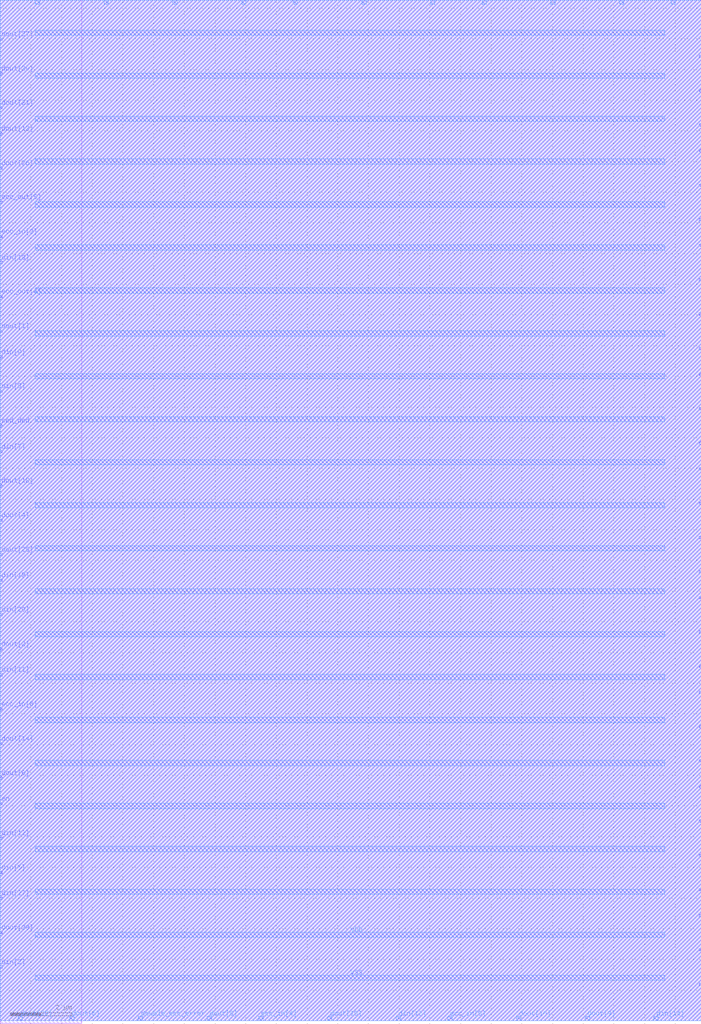
<source format=lef>
VERSION 5.8 ;
BUSBITCHARS "[]" ;
DIVIDERCHAR "/" ;
UNITS
    DATABASE MICRONS 2000 ;
END UNITS

MACRO rvecc_decode
  FOREIGN rvecc_decode 0 0 ;
  CLASS BLOCK ;
  SIZE 22.845 BY 33.265 ;
  PIN VSS
    USE GROUND ;
    DIRECTION INOUT ;
    PORT
      LAYER metal4 ;
        RECT  1.14 32.115 21.66 32.285 ;
        RECT  1.14 29.315 21.66 29.485 ;
        RECT  1.14 26.515 21.66 26.685 ;
        RECT  1.14 23.715 21.66 23.885 ;
        RECT  1.14 20.915 21.66 21.085 ;
        RECT  1.14 18.115 21.66 18.285 ;
        RECT  1.14 15.315 21.66 15.485 ;
        RECT  1.14 12.515 21.66 12.685 ;
        RECT  1.14 9.715 21.66 9.885 ;
        RECT  1.14 6.915 21.66 7.085 ;
        RECT  1.14 4.115 21.66 4.285 ;
        RECT  1.14 1.315 21.66 1.485 ;
    END
  END VSS
  PIN VDD
    USE POWER ;
    DIRECTION INOUT ;
    PORT
      LAYER metal4 ;
        RECT  1.14 30.715 21.66 30.885 ;
        RECT  1.14 27.915 21.66 28.085 ;
        RECT  1.14 25.115 21.66 25.285 ;
        RECT  1.14 22.315 21.66 22.485 ;
        RECT  1.14 19.515 21.66 19.685 ;
        RECT  1.14 16.715 21.66 16.885 ;
        RECT  1.14 13.915 21.66 14.085 ;
        RECT  1.14 11.115 21.66 11.285 ;
        RECT  1.14 8.315 21.66 8.485 ;
        RECT  1.14 5.515 21.66 5.685 ;
        RECT  1.14 2.715 21.66 2.885 ;
    END
  END VDD
  PIN din[0]
    DIRECTION INPUT ;
    USE SIGNAL ;
    PORT
      LAYER metal3 ;
        RECT  22.775 14.595 22.845 14.665 ;
    END
  END din[0]
  PIN din[10]
    DIRECTION INPUT ;
    USE SIGNAL ;
    PORT
      LAYER metal4 ;
        RECT  17.945 33.125 18.085 33.265 ;
    END
  END din[10]
  PIN din[11]
    DIRECTION INPUT ;
    USE SIGNAL ;
    PORT
      LAYER metal3 ;
        RECT  0 11.235 0.07 11.305 ;
    END
  END din[11]
  PIN din[12]
    DIRECTION INPUT ;
    USE SIGNAL ;
    PORT
      LAYER metal3 ;
        RECT  0 5.915 0.07 5.985 ;
    END
  END din[12]
  PIN din[13]
    DIRECTION INPUT ;
    USE SIGNAL ;
    PORT
      LAYER metal4 ;
        RECT  12.905 0 13.045 0.14 ;
    END
  END din[13]
  PIN din[14]
    DIRECTION INPUT ;
    USE SIGNAL ;
    PORT
      LAYER metal4 ;
        RECT  21.305 0 21.445 0.14 ;
    END
  END din[14]
  PIN din[15]
    DIRECTION INPUT ;
    USE SIGNAL ;
    PORT
      LAYER metal3 ;
        RECT  22.775 7.595 22.845 7.665 ;
    END
  END din[15]
  PIN din[16]
    DIRECTION INPUT ;
    USE SIGNAL ;
    PORT
      LAYER metal3 ;
        RECT  22.775 8.435 22.845 8.505 ;
    END
  END din[16]
  PIN din[17]
    DIRECTION INPUT ;
    USE SIGNAL ;
    PORT
      LAYER metal3 ;
        RECT  22.775 31.395 22.845 31.465 ;
    END
  END din[17]
  PIN din[18]
    DIRECTION INPUT ;
    USE SIGNAL ;
    PORT
      LAYER metal3 ;
        RECT  0 24.675 0.07 24.745 ;
    END
  END din[18]
  PIN din[19]
    DIRECTION INPUT ;
    USE SIGNAL ;
    PORT
      LAYER metal3 ;
        RECT  0 14.315 0.07 14.385 ;
    END
  END din[19]
  PIN din[1]
    DIRECTION INPUT ;
    USE SIGNAL ;
    PORT
      LAYER metal4 ;
        RECT  1.145 33.125 1.285 33.265 ;
    END
  END din[1]
  PIN din[20]
    DIRECTION INPUT ;
    USE SIGNAL ;
    PORT
      LAYER metal3 ;
        RECT  0 13.195 0.07 13.265 ;
    END
  END din[20]
  PIN din[21]
    DIRECTION INPUT ;
    USE SIGNAL ;
    PORT
      LAYER metal3 ;
        RECT  22.775 11.515 22.845 11.585 ;
    END
  END din[21]
  PIN din[22]
    DIRECTION INPUT ;
    USE SIGNAL ;
    PORT
      LAYER metal3 ;
        RECT  22.775 10.675 22.845 10.745 ;
    END
  END din[22]
  PIN din[23]
    DIRECTION INPUT ;
    USE SIGNAL ;
    PORT
      LAYER metal4 ;
        RECT  3.385 33.125 3.525 33.265 ;
    END
  END din[23]
  PIN din[24]
    DIRECTION INPUT ;
    USE SIGNAL ;
    PORT
      LAYER metal4 ;
        RECT  11.785 33.125 11.925 33.265 ;
    END
  END din[24]
  PIN din[25]
    DIRECTION INPUT ;
    USE SIGNAL ;
    PORT
      LAYER metal3 ;
        RECT  22.775 13.755 22.845 13.825 ;
    END
  END din[25]
  PIN din[26]
    DIRECTION INPUT ;
    USE SIGNAL ;
    PORT
      LAYER metal3 ;
        RECT  22.775 25.235 22.845 25.305 ;
    END
  END din[26]
  PIN din[27]
    DIRECTION INPUT ;
    USE SIGNAL ;
    PORT
      LAYER metal3 ;
        RECT  0 3.955 0.07 4.025 ;
    END
  END din[27]
  PIN din[28]
    DIRECTION INPUT ;
    USE SIGNAL ;
    PORT
      LAYER metal3 ;
        RECT  22.775 17.955 22.845 18.025 ;
    END
  END din[28]
  PIN din[29]
    DIRECTION INPUT ;
    USE SIGNAL ;
    PORT
      LAYER metal3 ;
        RECT  22.775 26.075 22.845 26.145 ;
    END
  END din[29]
  PIN din[2]
    DIRECTION INPUT ;
    USE SIGNAL ;
    PORT
      LAYER metal3 ;
        RECT  0 1.715 0.07 1.785 ;
    END
  END din[2]
  PIN din[30]
    DIRECTION INPUT ;
    USE SIGNAL ;
    PORT
      LAYER metal3 ;
        RECT  22.775 29.155 22.845 29.225 ;
    END
  END din[30]
  PIN din[31]
    DIRECTION INPUT ;
    USE SIGNAL ;
    PORT
      LAYER metal3 ;
        RECT  22.775 18.795 22.845 18.865 ;
    END
  END din[31]
  PIN din[3]
    DIRECTION INPUT ;
    USE SIGNAL ;
    PORT
      LAYER metal3 ;
        RECT  22.775 24.115 22.845 24.185 ;
    END
  END din[3]
  PIN din[4]
    DIRECTION INPUT ;
    USE SIGNAL ;
    PORT
      LAYER metal3 ;
        RECT  22.775 16.835 22.845 16.905 ;
    END
  END din[4]
  PIN din[5]
    DIRECTION INPUT ;
    USE SIGNAL ;
    PORT
      LAYER metal3 ;
        RECT  0 4.795 0.07 4.865 ;
    END
  END din[5]
  PIN din[6]
    DIRECTION INPUT ;
    USE SIGNAL ;
    PORT
      LAYER metal3 ;
        RECT  22.775 28.315 22.845 28.385 ;
    END
  END din[6]
  PIN din[7]
    DIRECTION INPUT ;
    USE SIGNAL ;
    PORT
      LAYER metal3 ;
        RECT  0 18.515 0.07 18.585 ;
    END
  END din[7]
  PIN din[8]
    DIRECTION INPUT ;
    USE SIGNAL ;
    PORT
      LAYER metal3 ;
        RECT  0 20.475 0.07 20.545 ;
    END
  END din[8]
  PIN din[9]
    DIRECTION INPUT ;
    USE SIGNAL ;
    PORT
      LAYER metal3 ;
        RECT  0 21.595 0.07 21.665 ;
    END
  END din[9]
  PIN double_ecc_error
    DIRECTION OUTPUT ;
    USE SIGNAL ;
    PORT
      LAYER metal4 ;
        RECT  4.505 0 4.645 0.14 ;
    END
  END double_ecc_error
  PIN dout[0]
    DIRECTION OUTPUT ;
    USE SIGNAL ;
    PORT
      LAYER metal4 ;
        RECT  5.625 33.125 5.765 33.265 ;
    END
  END dout[0]
  PIN dout[10]
    DIRECTION OUTPUT ;
    USE SIGNAL ;
    PORT
      LAYER metal4 ;
        RECT  16.825 0 16.965 0.14 ;
    END
  END dout[10]
  PIN dout[11]
    DIRECTION OUTPUT ;
    USE SIGNAL ;
    PORT
      LAYER metal3 ;
        RECT  22.775 3.395 22.845 3.465 ;
    END
  END dout[11]
  PIN dout[12]
    DIRECTION OUTPUT ;
    USE SIGNAL ;
    PORT
      LAYER metal3 ;
        RECT  22.775 27.195 22.845 27.265 ;
    END
  END dout[12]
  PIN dout[13]
    DIRECTION OUTPUT ;
    USE SIGNAL ;
    PORT
      LAYER metal3 ;
        RECT  0 28.875 0.07 28.945 ;
    END
  END dout[13]
  PIN dout[14]
    DIRECTION OUTPUT ;
    USE SIGNAL ;
    PORT
      LAYER metal3 ;
        RECT  0 8.995 0.07 9.065 ;
    END
  END dout[14]
  PIN dout[15]
    DIRECTION OUTPUT ;
    USE SIGNAL ;
    PORT
      LAYER metal4 ;
        RECT  10.665 0 10.805 0.14 ;
    END
  END dout[15]
  PIN dout[16]
    DIRECTION OUTPUT ;
    USE SIGNAL ;
    PORT
      LAYER metal3 ;
        RECT  22.775 6.475 22.845 6.545 ;
    END
  END dout[16]
  PIN dout[17]
    DIRECTION OUTPUT ;
    USE SIGNAL ;
    PORT
      LAYER metal4 ;
        RECT  9.545 33.125 9.685 33.265 ;
    END
  END dout[17]
  PIN dout[18]
    DIRECTION OUTPUT ;
    USE SIGNAL ;
    PORT
      LAYER metal3 ;
        RECT  0 17.395 0.07 17.465 ;
    END
  END dout[18]
  PIN dout[19]
    DIRECTION OUTPUT ;
    USE SIGNAL ;
    PORT
      LAYER metal3 ;
        RECT  22.775 2.275 22.845 2.345 ;
    END
  END dout[19]
  PIN dout[1]
    DIRECTION OUTPUT ;
    USE SIGNAL ;
    PORT
      LAYER metal3 ;
        RECT  0 22.435 0.07 22.505 ;
    END
  END dout[1]
  PIN dout[20]
    DIRECTION OUTPUT ;
    USE SIGNAL ;
    PORT
      LAYER metal3 ;
        RECT  22.775 9.555 22.845 9.625 ;
    END
  END dout[20]
  PIN dout[21]
    DIRECTION OUTPUT ;
    USE SIGNAL ;
    PORT
      LAYER metal3 ;
        RECT  0 29.715 0.07 29.785 ;
    END
  END dout[21]
  PIN dout[22]
    DIRECTION OUTPUT ;
    USE SIGNAL ;
    PORT
      LAYER metal3 ;
        RECT  22.775 15.715 22.845 15.785 ;
    END
  END dout[22]
  PIN dout[23]
    DIRECTION OUTPUT ;
    USE SIGNAL ;
    PORT
      LAYER metal3 ;
        RECT  22.775 19.915 22.845 19.985 ;
    END
  END dout[23]
  PIN dout[24]
    DIRECTION OUTPUT ;
    USE SIGNAL ;
    PORT
      LAYER metal3 ;
        RECT  22.775 5.355 22.845 5.425 ;
    END
  END dout[24]
  PIN dout[25]
    DIRECTION OUTPUT ;
    USE SIGNAL ;
    PORT
      LAYER metal3 ;
        RECT  0 15.155 0.07 15.225 ;
    END
  END dout[25]
  PIN dout[26]
    DIRECTION OUTPUT ;
    USE SIGNAL ;
    PORT
      LAYER metal3 ;
        RECT  0 27.755 0.07 27.825 ;
    END
  END dout[26]
  PIN dout[27]
    DIRECTION OUTPUT ;
    USE SIGNAL ;
    PORT
      LAYER metal3 ;
        RECT  0 31.955 0.07 32.025 ;
    END
  END dout[27]
  PIN dout[28]
    DIRECTION OUTPUT ;
    USE SIGNAL ;
    PORT
      LAYER metal3 ;
        RECT  0 2.835 0.07 2.905 ;
    END
  END dout[28]
  PIN dout[29]
    DIRECTION OUTPUT ;
    USE SIGNAL ;
    PORT
      LAYER metal4 ;
        RECT  0.585 0 0.725 0.14 ;
    END
  END dout[29]
  PIN dout[2]
    DIRECTION OUTPUT ;
    USE SIGNAL ;
    PORT
      LAYER metal3 ;
        RECT  0 12.075 0.07 12.145 ;
    END
  END dout[2]
  PIN dout[30]
    DIRECTION OUTPUT ;
    USE SIGNAL ;
    PORT
      LAYER metal3 ;
        RECT  0 30.835 0.07 30.905 ;
    END
  END dout[30]
  PIN dout[31]
    DIRECTION OUTPUT ;
    USE SIGNAL ;
    PORT
      LAYER metal4 ;
        RECT  7.865 33.125 8.005 33.265 ;
    END
  END dout[31]
  PIN dout[3]
    DIRECTION OUTPUT ;
    USE SIGNAL ;
    PORT
      LAYER metal4 ;
        RECT  20.185 33.125 20.325 33.265 ;
    END
  END dout[3]
  PIN dout[4]
    DIRECTION OUTPUT ;
    USE SIGNAL ;
    PORT
      LAYER metal3 ;
        RECT  0 16.275 0.07 16.345 ;
    END
  END dout[4]
  PIN dout[5]
    DIRECTION OUTPUT ;
    USE SIGNAL ;
    PORT
      LAYER metal4 ;
        RECT  6.745 0 6.885 0.14 ;
    END
  END dout[5]
  PIN dout[6]
    DIRECTION OUTPUT ;
    USE SIGNAL ;
    PORT
      LAYER metal4 ;
        RECT  2.265 0 2.405 0.14 ;
    END
  END dout[6]
  PIN dout[7]
    DIRECTION OUTPUT ;
    USE SIGNAL ;
    PORT
      LAYER metal4 ;
        RECT  21.865 33.125 22.005 33.265 ;
    END
  END dout[7]
  PIN dout[8]
    DIRECTION OUTPUT ;
    USE SIGNAL ;
    PORT
      LAYER metal3 ;
        RECT  0 7.875 0.07 7.945 ;
    END
  END dout[8]
  PIN dout[9]
    DIRECTION OUTPUT ;
    USE SIGNAL ;
    PORT
      LAYER metal4 ;
        RECT  19.065 0 19.205 0.14 ;
    END
  END dout[9]
  PIN ecc_in[0]
    DIRECTION INPUT ;
    USE SIGNAL ;
    PORT
      LAYER metal3 ;
        RECT  22.775 30.275 22.845 30.345 ;
    END
  END ecc_in[0]
  PIN ecc_in[1]
    DIRECTION INPUT ;
    USE SIGNAL ;
    PORT
      LAYER metal3 ;
        RECT  22.775 12.635 22.845 12.705 ;
    END
  END ecc_in[1]
  PIN ecc_in[2]
    DIRECTION INPUT ;
    USE SIGNAL ;
    PORT
      LAYER metal3 ;
        RECT  0 25.515 0.07 25.585 ;
    END
  END ecc_in[2]
  PIN ecc_in[3]
    DIRECTION INPUT ;
    USE SIGNAL ;
    PORT
      LAYER metal3 ;
        RECT  22.775 21.875 22.845 21.945 ;
    END
  END ecc_in[3]
  PIN ecc_in[4]
    DIRECTION INPUT ;
    USE SIGNAL ;
    PORT
      LAYER metal4 ;
        RECT  8.425 0 8.565 0.14 ;
    END
  END ecc_in[4]
  PIN ecc_in[5]
    DIRECTION INPUT ;
    USE SIGNAL ;
    PORT
      LAYER metal4 ;
        RECT  14.585 0 14.725 0.14 ;
    END
  END ecc_in[5]
  PIN ecc_in[6]
    DIRECTION INPUT ;
    USE SIGNAL ;
    PORT
      LAYER metal3 ;
        RECT  0 10.115 0.07 10.185 ;
    END
  END ecc_in[6]
  PIN ecc_out[0]
    DIRECTION OUTPUT ;
    USE SIGNAL ;
    PORT
      LAYER metal3 ;
        RECT  22.775 22.995 22.845 23.065 ;
    END
  END ecc_out[0]
  PIN ecc_out[1]
    DIRECTION OUTPUT ;
    USE SIGNAL ;
    PORT
      LAYER metal3 ;
        RECT  22.775 1.155 22.845 1.225 ;
    END
  END ecc_out[1]
  PIN ecc_out[2]
    DIRECTION OUTPUT ;
    USE SIGNAL ;
    PORT
      LAYER metal4 ;
        RECT  15.705 33.125 15.845 33.265 ;
    END
  END ecc_out[2]
  PIN ecc_out[3]
    DIRECTION OUTPUT ;
    USE SIGNAL ;
    PORT
      LAYER metal4 ;
        RECT  14.025 33.125 14.165 33.265 ;
    END
  END ecc_out[3]
  PIN ecc_out[4]
    DIRECTION OUTPUT ;
    USE SIGNAL ;
    PORT
      LAYER metal3 ;
        RECT  0 23.555 0.07 23.625 ;
    END
  END ecc_out[4]
  PIN ecc_out[5]
    DIRECTION OUTPUT ;
    USE SIGNAL ;
    PORT
      LAYER metal3 ;
        RECT  0 26.635 0.07 26.705 ;
    END
  END ecc_out[5]
  PIN ecc_out[6]
    DIRECTION OUTPUT ;
    USE SIGNAL ;
    PORT
      LAYER metal3 ;
        RECT  22.775 4.235 22.845 4.305 ;
    END
  END ecc_out[6]
  PIN en
    DIRECTION INPUT ;
    USE SIGNAL ;
    PORT
      LAYER metal3 ;
        RECT  0 7.035 0.07 7.105 ;
    END
  END en
  PIN sed_ded
    DIRECTION INPUT ;
    USE SIGNAL ;
    PORT
      LAYER metal3 ;
        RECT  0 19.355 0.07 19.425 ;
    END
  END sed_ded
  PIN single_ecc_error
    DIRECTION OUTPUT ;
    USE SIGNAL ;
    PORT
      LAYER metal3 ;
        RECT  22.775 21.035 22.845 21.105 ;
    END
  END single_ecc_error
  OBS
    LAYER metal1 ;
     RECT  0 -0.085 2.66 33.265 ;
     RECT  2.66 0 22.845 33.265 ;
    LAYER metal2 ;
     RECT  0 0 22.845 33.265 ;
    LAYER metal3 ;
     RECT  0 0 22.845 33.265 ;
    LAYER metal4 ;
     RECT  0 0 22.845 33.265 ;
  END
END rvecc_decode
END LIBRARY

</source>
